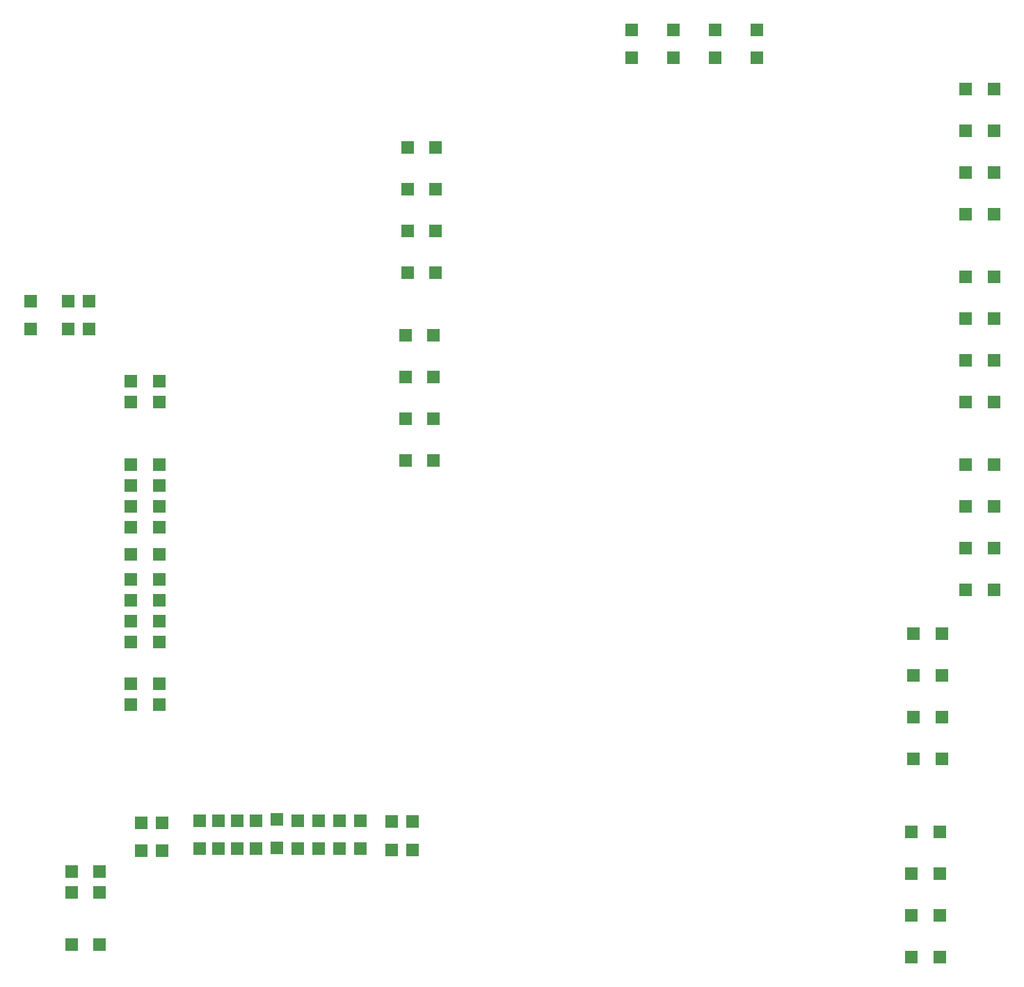
<source format=gtp>
G04*
G04 #@! TF.GenerationSoftware,Altium Limited,Altium Designer,25.1.2 (22)*
G04*
G04 Layer_Color=8421504*
%FSLAX44Y44*%
%MOMM*%
G71*
G04*
G04 #@! TF.SameCoordinates,0FC80BA3-B051-4539-9073-6837C8DE60D5*
G04*
G04*
G04 #@! TF.FilePolarity,Positive*
G04*
G01*
G75*
%ADD15R,1.5240X1.5240*%
%ADD16R,1.5240X1.5240*%
D15*
X355600Y304800D02*
D03*
X321310D02*
D03*
X355600Y393700D02*
D03*
X321310D02*
D03*
X355600Y368300D02*
D03*
X321310D02*
D03*
X393700Y965200D02*
D03*
X427990D02*
D03*
X393700Y990600D02*
D03*
X427990D02*
D03*
X393700Y596900D02*
D03*
X427990D02*
D03*
X393700Y622300D02*
D03*
X427990D02*
D03*
X393700Y889000D02*
D03*
X427990D02*
D03*
X393700Y863600D02*
D03*
X427990D02*
D03*
X393700Y838200D02*
D03*
X427990D02*
D03*
X393700Y812800D02*
D03*
X427990D02*
D03*
X393700Y749300D02*
D03*
X427990D02*
D03*
X393700Y723900D02*
D03*
X427990D02*
D03*
X393700Y698500D02*
D03*
X427990D02*
D03*
X393700Y673100D02*
D03*
X427990D02*
D03*
X393700Y779780D02*
D03*
X427990D02*
D03*
X1377950Y289560D02*
D03*
X1343660D02*
D03*
X1377950Y340360D02*
D03*
X1343660D02*
D03*
X1377950Y391160D02*
D03*
X1343660D02*
D03*
X1377950Y441960D02*
D03*
X1343660D02*
D03*
X1380490Y530860D02*
D03*
X1346200D02*
D03*
X1380490Y581660D02*
D03*
X1346200D02*
D03*
X1380490Y632460D02*
D03*
X1346200D02*
D03*
X1380490Y683260D02*
D03*
X1346200D02*
D03*
X730250Y1275080D02*
D03*
X764540D02*
D03*
X730250Y1224280D02*
D03*
X764540D02*
D03*
X730250Y1173480D02*
D03*
X764540D02*
D03*
X730250Y1122680D02*
D03*
X764540D02*
D03*
X727710Y1046480D02*
D03*
X762000D02*
D03*
X727710Y995680D02*
D03*
X762000D02*
D03*
X727710Y944880D02*
D03*
X762000D02*
D03*
X727710Y894080D02*
D03*
X762000D02*
D03*
X1409700Y1346200D02*
D03*
X1443990D02*
D03*
X1409700Y1295400D02*
D03*
X1443990D02*
D03*
X1409700Y1244600D02*
D03*
X1443990D02*
D03*
X1409700Y1193800D02*
D03*
X1443990D02*
D03*
X1409700Y1117600D02*
D03*
X1443990D02*
D03*
X1409700Y1066800D02*
D03*
X1443990D02*
D03*
X1409700Y1016000D02*
D03*
X1443990D02*
D03*
X1409700Y965200D02*
D03*
X1443990D02*
D03*
X1409700Y889000D02*
D03*
X1443990D02*
D03*
X1409700Y838200D02*
D03*
X1443990D02*
D03*
X1409700Y787400D02*
D03*
X1443990D02*
D03*
X1409700Y736600D02*
D03*
X1443990D02*
D03*
D16*
X431800Y419100D02*
D03*
Y453390D02*
D03*
X406400Y419100D02*
D03*
Y453390D02*
D03*
X736600Y420370D02*
D03*
Y454660D02*
D03*
X711200Y420370D02*
D03*
Y454660D02*
D03*
X477520Y421640D02*
D03*
Y455930D02*
D03*
X500380Y421640D02*
D03*
Y455930D02*
D03*
X523240Y421640D02*
D03*
Y455930D02*
D03*
X546100Y421640D02*
D03*
Y455930D02*
D03*
X596900Y421640D02*
D03*
Y455930D02*
D03*
X622300Y421640D02*
D03*
Y455930D02*
D03*
X647700Y421640D02*
D03*
Y455930D02*
D03*
X673100Y421640D02*
D03*
Y455930D02*
D03*
X271780Y1054100D02*
D03*
Y1088390D02*
D03*
X342900Y1054100D02*
D03*
Y1088390D02*
D03*
X317500Y1054100D02*
D03*
Y1088390D02*
D03*
X571500Y422910D02*
D03*
Y457200D02*
D03*
X1003300Y1384300D02*
D03*
Y1418590D02*
D03*
X1054100Y1384300D02*
D03*
Y1418590D02*
D03*
X1104900Y1384300D02*
D03*
Y1418590D02*
D03*
X1155700Y1384300D02*
D03*
Y1418590D02*
D03*
M02*

</source>
